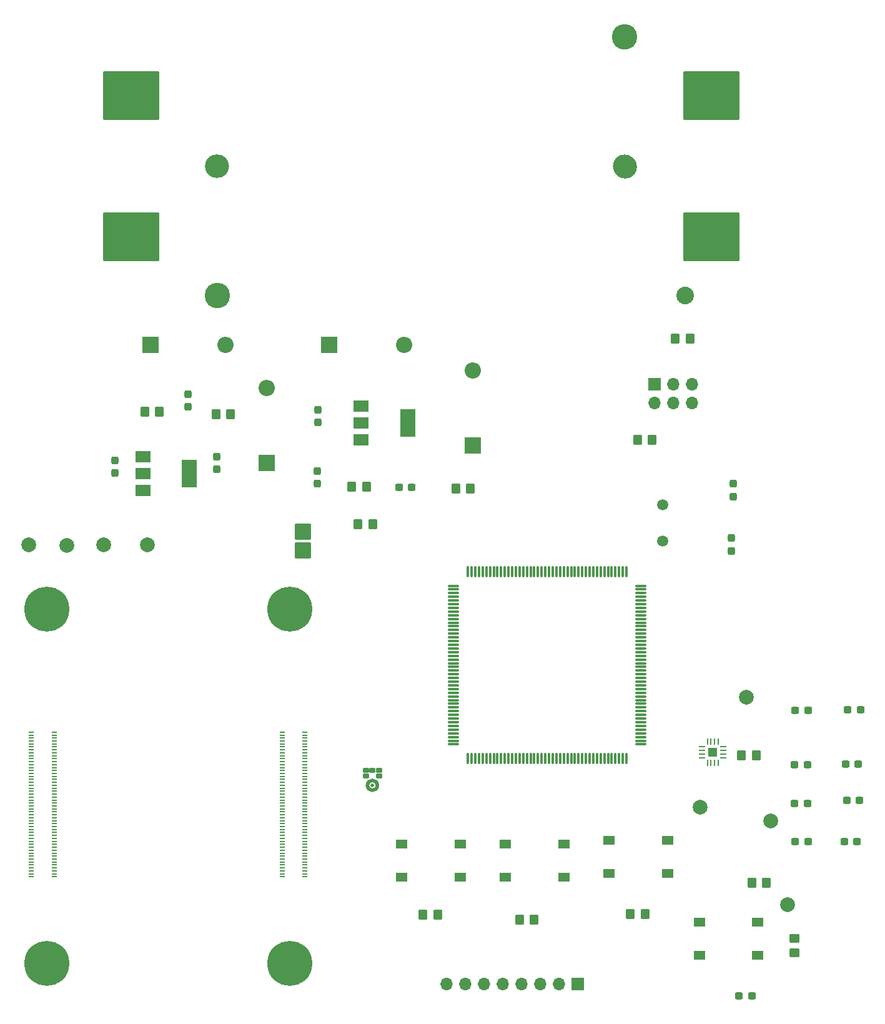
<source format=gbr>
G04 #@! TF.GenerationSoftware,KiCad,Pcbnew,9.0.0*
G04 #@! TF.CreationDate,2025-03-12T23:10:26-05:00*
G04 #@! TF.ProjectId,Portable Offline Translator,506f7274-6162-46c6-9520-4f66666c696e,rev?*
G04 #@! TF.SameCoordinates,Original*
G04 #@! TF.FileFunction,Soldermask,Top*
G04 #@! TF.FilePolarity,Negative*
%FSLAX46Y46*%
G04 Gerber Fmt 4.6, Leading zero omitted, Abs format (unit mm)*
G04 Created by KiCad (PCBNEW 9.0.0) date 2025-03-12 23:10:26*
%MOMM*%
%LPD*%
G01*
G04 APERTURE LIST*
G04 Aperture macros list*
%AMRoundRect*
0 Rectangle with rounded corners*
0 $1 Rounding radius*
0 $2 $3 $4 $5 $6 $7 $8 $9 X,Y pos of 4 corners*
0 Add a 4 corners polygon primitive as box body*
4,1,4,$2,$3,$4,$5,$6,$7,$8,$9,$2,$3,0*
0 Add four circle primitives for the rounded corners*
1,1,$1+$1,$2,$3*
1,1,$1+$1,$4,$5*
1,1,$1+$1,$6,$7*
1,1,$1+$1,$8,$9*
0 Add four rect primitives between the rounded corners*
20,1,$1+$1,$2,$3,$4,$5,0*
20,1,$1+$1,$4,$5,$6,$7,0*
20,1,$1+$1,$6,$7,$8,$9,0*
20,1,$1+$1,$8,$9,$2,$3,0*%
G04 Aperture macros list end*
%ADD10C,0.500000*%
%ADD11R,1.550000X1.300000*%
%ADD12C,2.000000*%
%ADD13R,2.200000X2.200000*%
%ADD14O,2.200000X2.200000*%
%ADD15RoundRect,0.250000X0.350000X0.450000X-0.350000X0.450000X-0.350000X-0.450000X0.350000X-0.450000X0*%
%ADD16R,1.700000X1.700000*%
%ADD17O,1.700000X1.700000*%
%ADD18RoundRect,0.237500X0.237500X-0.300000X0.237500X0.300000X-0.237500X0.300000X-0.237500X-0.300000X0*%
%ADD19RoundRect,0.250000X-0.350000X-0.450000X0.350000X-0.450000X0.350000X0.450000X-0.350000X0.450000X0*%
%ADD20R,2.000000X1.500000*%
%ADD21R,2.000000X3.800000*%
%ADD22RoundRect,0.102000X1.000000X-1.000000X1.000000X1.000000X-1.000000X1.000000X-1.000000X-1.000000X0*%
%ADD23RoundRect,0.237500X-0.300000X-0.237500X0.300000X-0.237500X0.300000X0.237500X-0.300000X0.237500X0*%
%ADD24RoundRect,0.250000X0.450000X-0.350000X0.450000X0.350000X-0.450000X0.350000X-0.450000X-0.350000X0*%
%ADD25C,0.500000*%
%ADD26RoundRect,0.102000X-0.300000X-0.261000X0.300000X-0.261000X0.300000X0.261000X-0.300000X0.261000X0*%
%ADD27RoundRect,0.237500X-0.237500X0.300000X-0.237500X-0.300000X0.237500X-0.300000X0.237500X0.300000X0*%
%ADD28C,6.100000*%
%ADD29R,0.700000X0.200000*%
%ADD30C,1.500000*%
%ADD31RoundRect,0.062500X0.350000X0.062500X-0.350000X0.062500X-0.350000X-0.062500X0.350000X-0.062500X0*%
%ADD32RoundRect,0.062500X0.062500X0.350000X-0.062500X0.350000X-0.062500X-0.350000X0.062500X-0.350000X0*%
%ADD33R,1.230000X1.230000*%
%ADD34RoundRect,0.075000X-0.675000X-0.075000X0.675000X-0.075000X0.675000X0.075000X-0.675000X0.075000X0*%
%ADD35RoundRect,0.075000X-0.075000X-0.675000X0.075000X-0.675000X0.075000X0.675000X-0.075000X0.675000X0*%
%ADD36C,3.200000*%
%ADD37C,3.170000*%
%ADD38C,3.450000*%
%ADD39C,2.390000*%
%ADD40RoundRect,0.102000X-3.670000X-3.175000X3.670000X-3.175000X3.670000X3.175000X-3.670000X3.175000X0*%
G04 APERTURE END LIST*
D10*
X130219400Y-123552000D02*
G75*
G02*
X128889400Y-123552000I-665000J0D01*
G01*
X128889400Y-123552000D02*
G75*
G02*
X130219400Y-123552000I665000J0D01*
G01*
D11*
X133528000Y-131517000D03*
X141478000Y-131517000D03*
X133528000Y-136017000D03*
X141478000Y-136017000D03*
D12*
X183515000Y-128397000D03*
D13*
X115189000Y-79883000D03*
D14*
X115189000Y-69723000D03*
D15*
X167497000Y-76708000D03*
X165497000Y-76708000D03*
D16*
X157353000Y-150495000D03*
D17*
X154813000Y-150495000D03*
X152273000Y-150495000D03*
X149733000Y-150495000D03*
X147193000Y-150495000D03*
X144653000Y-150495000D03*
X142113000Y-150495000D03*
X139573000Y-150495000D03*
D18*
X94615000Y-81253500D03*
X94615000Y-79528500D03*
D19*
X180991000Y-136779000D03*
X182991000Y-136779000D03*
D11*
X181813000Y-146613000D03*
X173863000Y-146613000D03*
X181813000Y-142113000D03*
X173863000Y-142113000D03*
D20*
X98450000Y-78980000D03*
X98450000Y-81280000D03*
D21*
X104750000Y-81280000D03*
D20*
X98450000Y-83580000D03*
D12*
X82931000Y-90932000D03*
X180213000Y-111633000D03*
D22*
X120153000Y-91674000D03*
X120153000Y-89174000D03*
D23*
X193521500Y-131191000D03*
X195246500Y-131191000D03*
D20*
X128041000Y-72122000D03*
X128041000Y-74422000D03*
D21*
X134341000Y-74422000D03*
D20*
X128041000Y-76722000D03*
D23*
X193876000Y-125603000D03*
X195601000Y-125603000D03*
D13*
X99441000Y-63881000D03*
D14*
X109601000Y-63881000D03*
D24*
X186728000Y-146252000D03*
X186728000Y-144252000D03*
D12*
X88138000Y-91059000D03*
D25*
X129554400Y-123552000D03*
D26*
X128654400Y-121478000D03*
X128654400Y-122300000D03*
X130454400Y-122300000D03*
X130454400Y-121478000D03*
X129554400Y-121478000D03*
D23*
X186790500Y-120777000D03*
X188515500Y-120777000D03*
D27*
X122047000Y-80925500D03*
X122047000Y-82650500D03*
D18*
X104521000Y-72236500D03*
X104521000Y-70511500D03*
D13*
X143129000Y-77470000D03*
D14*
X143129000Y-67310000D03*
D18*
X178435000Y-84391500D03*
X178435000Y-82666500D03*
X178181000Y-91757500D03*
X178181000Y-90032500D03*
D23*
X133149000Y-83185000D03*
X134874000Y-83185000D03*
D19*
X136414000Y-141097000D03*
X138414000Y-141097000D03*
D11*
X161633000Y-130973000D03*
X169583000Y-130973000D03*
X161633000Y-135473000D03*
X169583000Y-135473000D03*
D12*
X99060000Y-90932000D03*
X173990000Y-126492000D03*
D23*
X193982000Y-113284000D03*
X195707000Y-113284000D03*
D12*
X185801000Y-139700000D03*
D28*
X85388000Y-99640000D03*
X85388000Y-147640000D03*
X118388000Y-99640000D03*
X118388000Y-147640000D03*
D29*
X83348000Y-116340000D03*
X86428000Y-116340000D03*
X83348000Y-116740000D03*
X86428000Y-116740000D03*
X83348000Y-117140000D03*
X86428000Y-117140000D03*
X83348000Y-117540000D03*
X86428000Y-117540000D03*
X83348000Y-117940000D03*
X86428000Y-117940000D03*
X83348000Y-118340000D03*
X86428000Y-118340000D03*
X83348000Y-118740000D03*
X86428000Y-118740000D03*
X83348000Y-119140000D03*
X86428000Y-119140000D03*
X83348000Y-119540000D03*
X86428000Y-119540000D03*
X83348000Y-119940000D03*
X86428000Y-119940000D03*
X83348000Y-120340000D03*
X86428000Y-120340000D03*
X83348000Y-120740000D03*
X86428000Y-120740000D03*
X83348000Y-121140000D03*
X86428000Y-121140000D03*
X83348000Y-121540000D03*
X86428000Y-121540000D03*
X83348000Y-121940000D03*
X86428000Y-121940000D03*
X83348000Y-122340000D03*
X86428000Y-122340000D03*
X83348000Y-122740000D03*
X86428000Y-122740000D03*
X83348000Y-123140000D03*
X86428000Y-123140000D03*
X83348000Y-123540000D03*
X86428000Y-123540000D03*
X83348000Y-123940000D03*
X86428000Y-123940000D03*
X83348000Y-124340000D03*
X86428000Y-124340000D03*
X83348000Y-124740000D03*
X86428000Y-124740000D03*
X83348000Y-125140000D03*
X86428000Y-125140000D03*
X83348000Y-125540000D03*
X86428000Y-125540000D03*
X83348000Y-125940000D03*
X86428000Y-125940000D03*
X83348000Y-126340000D03*
X86428000Y-126340000D03*
X83348000Y-126740000D03*
X86428000Y-126740000D03*
X83348000Y-127140000D03*
X86428000Y-127140000D03*
X83348000Y-127540000D03*
X86428000Y-127540000D03*
X83348000Y-127940000D03*
X86428000Y-127940000D03*
X83348000Y-128340000D03*
X86428000Y-128340000D03*
X83348000Y-128740000D03*
X86428000Y-128740000D03*
X83348000Y-129140000D03*
X86428000Y-129140000D03*
X83348000Y-129540000D03*
X86428000Y-129540000D03*
X83348000Y-129940000D03*
X86428000Y-129940000D03*
X83348000Y-130340000D03*
X86428000Y-130340000D03*
X83348000Y-130740000D03*
X86428000Y-130740000D03*
X83348000Y-131140000D03*
X86428000Y-131140000D03*
X83348000Y-131540000D03*
X86428000Y-131540000D03*
X83348000Y-131940000D03*
X86428000Y-131940000D03*
X83348000Y-132340000D03*
X86428000Y-132340000D03*
X83348000Y-132740000D03*
X86428000Y-132740000D03*
X83348000Y-133140000D03*
X86428000Y-133140000D03*
X83348000Y-133540000D03*
X86428000Y-133540000D03*
X83348000Y-133940000D03*
X86428000Y-133940000D03*
X83348000Y-134340000D03*
X86428000Y-134340000D03*
X83348000Y-134740000D03*
X86428000Y-134740000D03*
X83348000Y-135140000D03*
X86428000Y-135140000D03*
X83348000Y-135540000D03*
X86428000Y-135540000D03*
X83348000Y-135940000D03*
X86428000Y-135940000D03*
X117348000Y-116340000D03*
X120428000Y-116340000D03*
X117348000Y-116740000D03*
X120428000Y-116740000D03*
X117348000Y-117140000D03*
X120428000Y-117140000D03*
X117348000Y-117540000D03*
X120428000Y-117540000D03*
X117348000Y-117940000D03*
X120428000Y-117940000D03*
X117348000Y-118340000D03*
X120428000Y-118340000D03*
X117348000Y-118740000D03*
X120428000Y-118740000D03*
X117348000Y-119140000D03*
X120428000Y-119140000D03*
X117348000Y-119540000D03*
X120428000Y-119540000D03*
X117348000Y-119940000D03*
X120428000Y-119940000D03*
X117348000Y-120340000D03*
X120428000Y-120340000D03*
X117348000Y-120740000D03*
X120428000Y-120740000D03*
X117348000Y-121140000D03*
X120428000Y-121140000D03*
X117348000Y-121540000D03*
X120428000Y-121540000D03*
X117348000Y-121940000D03*
X120428000Y-121940000D03*
X117348000Y-122340000D03*
X120428000Y-122340000D03*
X117348000Y-122740000D03*
X120428000Y-122740000D03*
X117348000Y-123140000D03*
X120428000Y-123140000D03*
X117348000Y-123540000D03*
X120428000Y-123540000D03*
X117348000Y-123940000D03*
X120428000Y-123940000D03*
X117348000Y-124340000D03*
X120428000Y-124340000D03*
X117348000Y-124740000D03*
X120428000Y-124740000D03*
X117348000Y-125140000D03*
X120428000Y-125140000D03*
X117348000Y-125540000D03*
X120428000Y-125540000D03*
X117348000Y-125940000D03*
X120428000Y-125940000D03*
X117348000Y-126340000D03*
X120428000Y-126340000D03*
X117348000Y-126740000D03*
X120428000Y-126740000D03*
X117348000Y-127140000D03*
X120428000Y-127140000D03*
X117348000Y-127540000D03*
X120428000Y-127540000D03*
X117348000Y-127940000D03*
X120428000Y-127940000D03*
X117348000Y-128340000D03*
X120428000Y-128340000D03*
X117348000Y-128740000D03*
X120428000Y-128740000D03*
X117348000Y-129140000D03*
X120428000Y-129140000D03*
X117348000Y-129540000D03*
X120428000Y-129540000D03*
X117348000Y-129940000D03*
X120428000Y-129940000D03*
X117348000Y-130340000D03*
X120428000Y-130340000D03*
X117348000Y-130740000D03*
X120428000Y-130740000D03*
X117348000Y-131140000D03*
X120428000Y-131140000D03*
X117348000Y-131540000D03*
X120428000Y-131540000D03*
X117348000Y-131940000D03*
X120428000Y-131940000D03*
X117348000Y-132340000D03*
X120428000Y-132340000D03*
X117348000Y-132740000D03*
X120428000Y-132740000D03*
X117348000Y-133140000D03*
X120428000Y-133140000D03*
X117348000Y-133540000D03*
X120428000Y-133540000D03*
X117348000Y-133940000D03*
X120428000Y-133940000D03*
X117348000Y-134340000D03*
X120428000Y-134340000D03*
X117348000Y-134740000D03*
X120428000Y-134740000D03*
X117348000Y-135140000D03*
X120428000Y-135140000D03*
X117348000Y-135540000D03*
X120428000Y-135540000D03*
X117348000Y-135940000D03*
X120428000Y-135940000D03*
D23*
X186870000Y-113411000D03*
X188595000Y-113411000D03*
D11*
X147536000Y-131481000D03*
X155486000Y-131481000D03*
X147536000Y-135981000D03*
X155486000Y-135981000D03*
D15*
X181594000Y-119507000D03*
X179594000Y-119507000D03*
D16*
X167782000Y-69158000D03*
D17*
X167782000Y-71698000D03*
X170322000Y-69158000D03*
X170322000Y-71698000D03*
X172862000Y-69158000D03*
X172862000Y-71698000D03*
D23*
X186790500Y-125984000D03*
X188515500Y-125984000D03*
D30*
X168910000Y-90424000D03*
X168910000Y-85544000D03*
D19*
X108347000Y-73279000D03*
X110347000Y-73279000D03*
X127625600Y-88188800D03*
X129625600Y-88188800D03*
D31*
X177149500Y-119805000D03*
X177149500Y-119305000D03*
X177149500Y-118805000D03*
X177149500Y-118305000D03*
D32*
X176462000Y-117617500D03*
X175962000Y-117617500D03*
X175462000Y-117617500D03*
X174962000Y-117617500D03*
D31*
X174274500Y-118305000D03*
X174274500Y-118805000D03*
X174274500Y-119305000D03*
X174274500Y-119805000D03*
D32*
X174962000Y-120492500D03*
X175462000Y-120492500D03*
X175962000Y-120492500D03*
X176462000Y-120492500D03*
D33*
X175712000Y-119055000D03*
D34*
X140577000Y-96498000D03*
X140577000Y-96998000D03*
X140577000Y-97498000D03*
X140577000Y-97998000D03*
X140577000Y-98498000D03*
X140577000Y-98998000D03*
X140577000Y-99498000D03*
X140577000Y-99998000D03*
X140577000Y-100498000D03*
X140577000Y-100998000D03*
X140577000Y-101498000D03*
X140577000Y-101998000D03*
X140577000Y-102498000D03*
X140577000Y-102998000D03*
X140577000Y-103498000D03*
X140577000Y-103998000D03*
X140577000Y-104498000D03*
X140577000Y-104998000D03*
X140577000Y-105498000D03*
X140577000Y-105998000D03*
X140577000Y-106498000D03*
X140577000Y-106998000D03*
X140577000Y-107498000D03*
X140577000Y-107998000D03*
X140577000Y-108498000D03*
X140577000Y-108998000D03*
X140577000Y-109498000D03*
X140577000Y-109998000D03*
X140577000Y-110498000D03*
X140577000Y-110998000D03*
X140577000Y-111498000D03*
X140577000Y-111998000D03*
X140577000Y-112498000D03*
X140577000Y-112998000D03*
X140577000Y-113498000D03*
X140577000Y-113998000D03*
X140577000Y-114498000D03*
X140577000Y-114998000D03*
X140577000Y-115498000D03*
X140577000Y-115998000D03*
X140577000Y-116498000D03*
X140577000Y-116998000D03*
X140577000Y-117498000D03*
X140577000Y-117998000D03*
D35*
X142502000Y-119923000D03*
X143002000Y-119923000D03*
X143502000Y-119923000D03*
X144002000Y-119923000D03*
X144502000Y-119923000D03*
X145002000Y-119923000D03*
X145502000Y-119923000D03*
X146002000Y-119923000D03*
X146502000Y-119923000D03*
X147002000Y-119923000D03*
X147502000Y-119923000D03*
X148002000Y-119923000D03*
X148502000Y-119923000D03*
X149002000Y-119923000D03*
X149502000Y-119923000D03*
X150002000Y-119923000D03*
X150502000Y-119923000D03*
X151002000Y-119923000D03*
X151502000Y-119923000D03*
X152002000Y-119923000D03*
X152502000Y-119923000D03*
X153002000Y-119923000D03*
X153502000Y-119923000D03*
X154002000Y-119923000D03*
X154502000Y-119923000D03*
X155002000Y-119923000D03*
X155502000Y-119923000D03*
X156002000Y-119923000D03*
X156502000Y-119923000D03*
X157002000Y-119923000D03*
X157502000Y-119923000D03*
X158002000Y-119923000D03*
X158502000Y-119923000D03*
X159002000Y-119923000D03*
X159502000Y-119923000D03*
X160002000Y-119923000D03*
X160502000Y-119923000D03*
X161002000Y-119923000D03*
X161502000Y-119923000D03*
X162002000Y-119923000D03*
X162502000Y-119923000D03*
X163002000Y-119923000D03*
X163502000Y-119923000D03*
X164002000Y-119923000D03*
D34*
X165927000Y-117998000D03*
X165927000Y-117498000D03*
X165927000Y-116998000D03*
X165927000Y-116498000D03*
X165927000Y-115998000D03*
X165927000Y-115498000D03*
X165927000Y-114998000D03*
X165927000Y-114498000D03*
X165927000Y-113998000D03*
X165927000Y-113498000D03*
X165927000Y-112998000D03*
X165927000Y-112498000D03*
X165927000Y-111998000D03*
X165927000Y-111498000D03*
X165927000Y-110998000D03*
X165927000Y-110498000D03*
X165927000Y-109998000D03*
X165927000Y-109498000D03*
X165927000Y-108998000D03*
X165927000Y-108498000D03*
X165927000Y-107998000D03*
X165927000Y-107498000D03*
X165927000Y-106998000D03*
X165927000Y-106498000D03*
X165927000Y-105998000D03*
X165927000Y-105498000D03*
X165927000Y-104998000D03*
X165927000Y-104498000D03*
X165927000Y-103998000D03*
X165927000Y-103498000D03*
X165927000Y-102998000D03*
X165927000Y-102498000D03*
X165927000Y-101998000D03*
X165927000Y-101498000D03*
X165927000Y-100998000D03*
X165927000Y-100498000D03*
X165927000Y-99998000D03*
X165927000Y-99498000D03*
X165927000Y-98998000D03*
X165927000Y-98498000D03*
X165927000Y-97998000D03*
X165927000Y-97498000D03*
X165927000Y-96998000D03*
X165927000Y-96498000D03*
D35*
X164002000Y-94573000D03*
X163502000Y-94573000D03*
X163002000Y-94573000D03*
X162502000Y-94573000D03*
X162002000Y-94573000D03*
X161502000Y-94573000D03*
X161002000Y-94573000D03*
X160502000Y-94573000D03*
X160002000Y-94573000D03*
X159502000Y-94573000D03*
X159002000Y-94573000D03*
X158502000Y-94573000D03*
X158002000Y-94573000D03*
X157502000Y-94573000D03*
X157002000Y-94573000D03*
X156502000Y-94573000D03*
X156002000Y-94573000D03*
X155502000Y-94573000D03*
X155002000Y-94573000D03*
X154502000Y-94573000D03*
X154002000Y-94573000D03*
X153502000Y-94573000D03*
X153002000Y-94573000D03*
X152502000Y-94573000D03*
X152002000Y-94573000D03*
X151502000Y-94573000D03*
X151002000Y-94573000D03*
X150502000Y-94573000D03*
X150002000Y-94573000D03*
X149502000Y-94573000D03*
X149002000Y-94573000D03*
X148502000Y-94573000D03*
X148002000Y-94573000D03*
X147502000Y-94573000D03*
X147002000Y-94573000D03*
X146502000Y-94573000D03*
X146002000Y-94573000D03*
X145502000Y-94573000D03*
X145002000Y-94573000D03*
X144502000Y-94573000D03*
X144002000Y-94573000D03*
X143502000Y-94573000D03*
X143002000Y-94573000D03*
X142502000Y-94573000D03*
D19*
X164497000Y-140970000D03*
X166497000Y-140970000D03*
X149495000Y-141732000D03*
X151495000Y-141732000D03*
X98695000Y-72898000D03*
X100695000Y-72898000D03*
D36*
X163830000Y-39751000D03*
D12*
X93091000Y-90932000D03*
D13*
X123698000Y-63881000D03*
D14*
X133858000Y-63881000D03*
D19*
X170593000Y-62992000D03*
X172593000Y-62992000D03*
D23*
X179261500Y-152110000D03*
X180986500Y-152110000D03*
X186891000Y-131191000D03*
X188616000Y-131191000D03*
D18*
X122174000Y-74395500D03*
X122174000Y-72670500D03*
D23*
X193675000Y-120650000D03*
X195400000Y-120650000D03*
D37*
X108544000Y-39624000D03*
D38*
X108544000Y-57129000D03*
X163744000Y-22119000D03*
D37*
X163744000Y-39624000D03*
D39*
X171964000Y-57129000D03*
D40*
X175474000Y-30069000D03*
X96814000Y-49179000D03*
X96814000Y-30069000D03*
X175474000Y-49179000D03*
D19*
X140859000Y-83312000D03*
X142859000Y-83312000D03*
D27*
X108458000Y-79020500D03*
X108458000Y-80745500D03*
D19*
X126762000Y-83058000D03*
X128762000Y-83058000D03*
D36*
X108458000Y-39624000D03*
M02*

</source>
